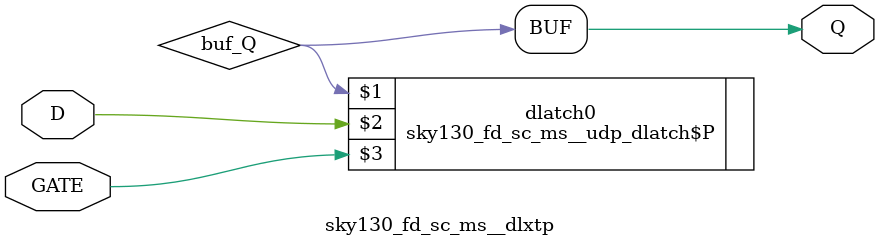
<source format=v>
/*
 * Copyright 2020 The SkyWater PDK Authors
 *
 * Licensed under the Apache License, Version 2.0 (the "License");
 * you may not use this file except in compliance with the License.
 * You may obtain a copy of the License at
 *
 *     https://www.apache.org/licenses/LICENSE-2.0
 *
 * Unless required by applicable law or agreed to in writing, software
 * distributed under the License is distributed on an "AS IS" BASIS,
 * WITHOUT WARRANTIES OR CONDITIONS OF ANY KIND, either express or implied.
 * See the License for the specific language governing permissions and
 * limitations under the License.
 *
 * SPDX-License-Identifier: Apache-2.0
*/


`ifndef SKY130_FD_SC_MS__DLXTP_FUNCTIONAL_V
`define SKY130_FD_SC_MS__DLXTP_FUNCTIONAL_V

/**
 * dlxtp: Delay latch, non-inverted enable, single output.
 *
 * Verilog simulation functional model.
 */

`timescale 1ns / 1ps
`default_nettype none

// Import user defined primitives.
`include "../../models/udp_dlatch_p/sky130_fd_sc_ms__udp_dlatch_p.v"

`celldefine
module sky130_fd_sc_ms__dlxtp (
    Q   ,
    D   ,
    GATE
);

    // Module ports
    output Q   ;
    input  D   ;
    input  GATE;

    // Local signals
    wire buf_Q;

    //                            Name     Output  Other arguments
    sky130_fd_sc_ms__udp_dlatch$P dlatch0 (buf_Q , D, GATE        );
    buf                           buf0    (Q     , buf_Q          );

endmodule
`endcelldefine

`default_nettype wire
`endif  // SKY130_FD_SC_MS__DLXTP_FUNCTIONAL_V

</source>
